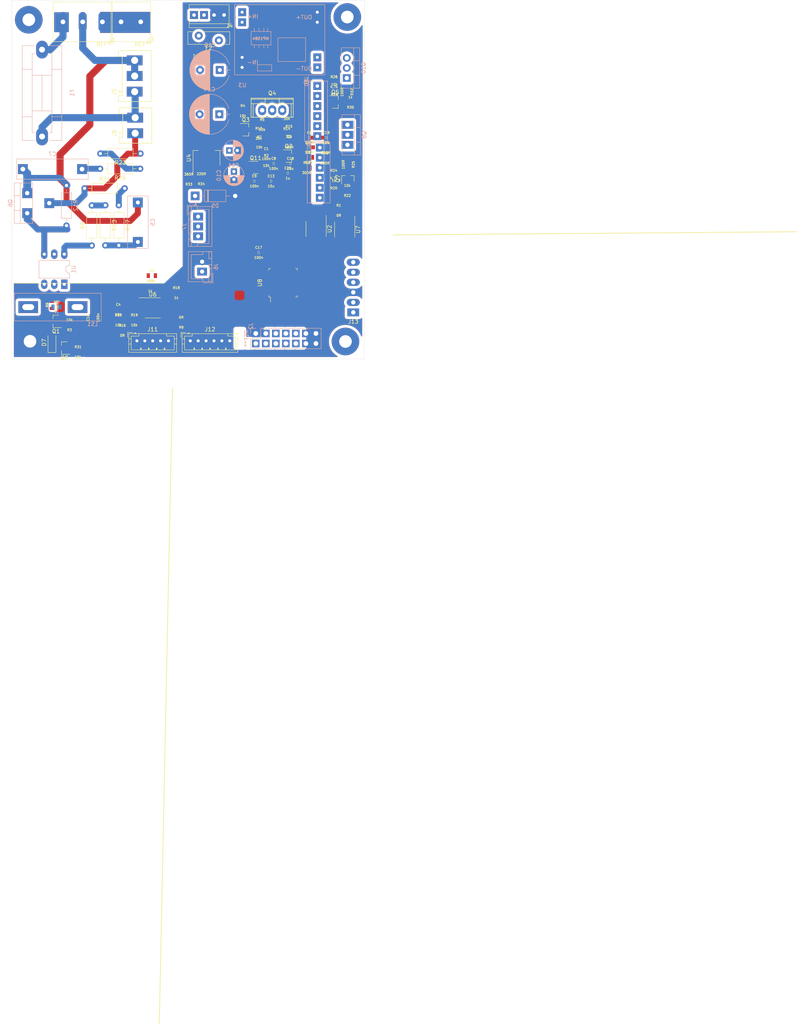
<source format=kicad_pcb>
(kicad_pcb (version 20211014) (generator pcbnew)
  (layers (0 "F.Cu" signal) (31 "B.Cu" signal) (34 "B.Paste" user) (35 "F.Paste" user) (36 "B.SilkS" user "B.Silkscreen") (37 "F.SilkS" user "F.Silkscreen") (38 "B.Mask" user) (39 "F.Mask" user) (44 "Edge.Cuts" user))
  (net 0 "")
  (net 1 "GND")
  (net 2 "Net-(C1-Pad1)")
  (net 3 "+24V")
  (net 4 "AC_230(N)")
  (net 5 "Net-(C5-Pad1)")
  (net 6 "Net-(C7-Pad1)")
  (net 7 "FAN_SUPPLY")
  (net 8 "+5V")
  (net 9 "+3V3")
  (net 10 "AC_230(L)")
  (net 11 "Net-(F2-Pad2)")
  (net 12 "SOLDER_ON_SW")
  (net 13 "HOTAIR_ON_SW")
  (net 14 "HOTAIR_FAN_DOWN_SW")
  (net 15 "HOTAIR_FAN_UP_SW")
  (net 16 "HOTAIR_UP_SW")
  (net 17 "HOTAIR_DOWN_SW")
  (net 18 "SOLDER_UP_SW")
  (net 19 "SOLDER_DOWN_SW")
  (net 20 "HOTAIR_REED_SW")
  (net 21 "Net-(J8-Pad1)")
  (net 22 "UART_DBG_TX")
  (net 23 "SWCLK")
  (net 24 "SWDIO")
  (net 25 "RST")
  (net 26 "Net-(Q1-Pad3)")
  (net 27 "Net-(Q1-Pad1)")
  (net 28 "Net-(Q6-Pad3)")
  (net 29 "Net-(Q7-Pad3)")
  (net 30 "Net-(Q7-Pad1)")
  (net 31 "Net-(Q8-Pad1)")
  (net 32 "Net-(Q9-Pad1)")
  (net 33 "HOTAIR_FAN_ADC")
  (net 34 "HOTAIR_HEATER_CTRL")
  (net 35 "Net-(R6-Pad2)")
  (net 36 "BUZZER")
  (net 37 "Net-(J1-Pad1)")
  (net 38 "Net-(R33-Pad1)")
  (net 39 "THERM_GND")
  (net 40 "HOTAIR_THERM")
  (net 41 "Net-(D7-Pad2)")
  (net 42 "Net-(D7-Pad1)")
  (net 43 "SOLDER_SELECT_SW")
  (net 44 "Net-(C3-Pad1)")
  (net 45 "IRON_T12_THERM")
  (net 46 "Net-(F1-Pad2)")
  (net 47 "MENU_DOWN_SW")
  (net 48 "SPI1_SCK")
  (net 49 "IRON_WEP_HEATER")
  (net 50 "IRON_WEP_THERM")
  (net 51 "Net-(Q2-Pad2)")
  (net 52 "Net-(Q3-Pad3)")
  (net 53 "Net-(Q3-Pad2)")
  (net 54 "Net-(Q5-Pad3)")
  (net 55 "Net-(Q5-Pad1)")
  (net 56 "Net-(Q10-Pad1)")
  (net 57 "Net-(R1-Pad2)")
  (net 58 "Net-(R13-Pad1)")
  (net 59 "Net-(R8-Pad1)")
  (net 60 "Net-(R17-Pad1)")
  (net 61 "MENU_OK_SW")
  (net 62 "Net-(R18-Pad1)")
  (net 63 "IRON_WEP_HEATER_CTRL")
  (net 64 "Net-(R23-Pad2)")
  (net 65 "IRON_T12_HEATER_CTRL")
  (net 66 "MENU_UP_SW")
  (net 67 "Net-(R36-Pad1)")
  (net 68 "SPI1_MISO")
  (net 69 "MAX31855_HOTAIR_CS")
  (net 70 "IRON_T12_HEATER")
  (net 71 "GND2")
  (net 72 "IRON_T12_MOTION_SW")
  (net 73 "Net-(J11-Pad3)")
  (net 74 "Net-(J11-Pad4)")
  (net 75 "LCD_RS")
  (net 76 "Net-(Q11-Pad1)")
  (net 77 "Net-(Q11-Pad3)")
  (net 78 "HOTAIR_FAN_PWM")
  (net 79 "HOTAIR_TEMP_ADC")
  (net 80 "IRON_T12_TEMP_ADC")
  (net 81 "LCD_BACKLIGHT_PWM")
  (net 84 "MAX31855_IRON_WEP_CS")
  (net 85 "LCD_EN")
  (net 86 "LCD_D4")
  (net 88 "LCD_D5")
  (net 89 "LCD_D6")
  (net 90 "LCD_D7")
  (net 91 "MAX31855_IRON_CS")
  (net 92 "LCD_RW")
  (footprint "My-Footprints:Screw-Terminal-5.00mm-2pin" (layer "F.Cu") (at 52.1716 28.4734 180)
    (fp_text reference "J3")
    (fp_text value "EARTH_GND")
  )
  (footprint "My-Footprints:Conn-01x04-N25-W4P" (layer "F.Cu") (at 72.1614 24.9428 180)
    (fp_text reference "J4")
    (fp_text value "24V_IN (NS-25 r2,54)")
  )
  (footprint "Capacitors:0805" (layer "F.Cu") (at 64.6938 32.512 90)
    (fp_text reference "R27")
    (fp_text value "0R")
  )
  (footprint "Capacitors:0805" (layer "F.Cu") (at 33.782 107.061)
    (fp_text reference "R31")
    (fp_text value "10k")
  )
  (footprint "Capacitors:0805" (layer "F.Cu") (at 58.68416 92.075)
    (fp_text reference "R18")
    (fp_text value "1k")
  )
  (footprint "Capacitors:0805" (layer "F.Cu") (at 27.2034 95.123 90)
    (fp_text reference "R6")
    (fp_text value "320R")
  )
  (footprint "Package_TO_SOT_SMD:SOT-23" (layer "F.Cu") (at 30.353 106.045 180)
    (fp_text reference "Q9")
    (fp_text value "BC817")
  )
  (footprint "My-Footprints:Conn-01x06" (layer "F.Cu") (at 103.5304 97.028 180)
    (fp_text reference "J13")
    (fp_text value "ICP (goldpin r2,54)")
  )
  (footprint "Package_TO_SOT_SMD:SOT-23" (layer "F.Cu") (at 28.194 99.314 180)
    (fp_text reference "Q1")
    (fp_text value "BC817")
  )
  (footprint "Capacitors:0805" (layer "F.Cu") (at 31.623 100.203 180)
    (fp_text reference "R3")
    (fp_text value "10k")
  )
  (footprint "Connectors_Hirose:Hirose_DF63-2P-3.96DSA_02x3.96mm_Straight" (layer "F.Cu") (at 48.26 51.689 90)
    (fp_text reference "J8")
    (fp_text value "HOTAIR_HEATER (PWZ-02S r.3,96)")
  )
  (footprint "Connectors_Hirose:Hirose_DF63-3P-3.96DSA_03x3.96mm_Straight" (layer "F.Cu") (at 48.133 41.148 90)
    (fp_text reference "J5")
    (fp_text value "PSUPPLY (PWZ-02S r.3,96)")
  )
  (footprint "Capacitors:0603" (layer "F.Cu") (at 79.56296 81.8896)
    (fp_text reference "C17")
    (fp_text value "100n")
  )
  (footprint "Capacitors:0805" (layer "F.Cu") (at 37.592 98.3615 90)
    (fp_text reference "C16")
    (fp_text value "100n")
  )
  (footprint "Capacitors:0805" (layer "F.Cu") (at 102.0318 66.1924 180)
    (fp_text reference "R22")
    (fp_text value "10k")
  )
  (footprint "Package_TO_SOT_SMD:SOT-23" (layer "F.Cu") (at 102.1588 63.1444 90)
    (fp_text reference "Q7")
    (fp_text value "BC817")
  )
  (footprint "Capacitors:0805" (layer "F.Cu") (at 102.2858 59.5884 -90)
    (fp_text reference "R25")
    (fp_text value "100R")
  )
  (footprint "Capacitors:0805" (layer "F.Cu") (at 98.6028 64.2874 180)
    (fp_text reference "R20")
    (fp_text value "4,7k")
  )
  (footprint "Capacitors:0805" (layer "F.Cu") (at 98.6028 62.3824)
    (fp_text reference "R24")
    (fp_text value "1k")
  )
  (footprint "Package_TO_SOT_SMD:SOT-223-3_TabPin2" (layer "F.Cu") (at 66.3448 57.9374 90)
    (fp_text reference "U4")
    (fp_text value "AP1117-ADJ")
  )
  (footprint "Capacitors:0805" (layer "F.Cu") (at 61.8744 63.3222 180)
    (fp_text reference "R33")
    (fp_text value "360R")
  )
  (footprint "Capacitors:0805" (layer "F.Cu") (at 65.024 63.246 180)
    (fp_text reference "R34")
    (fp_text value "220R")
  )
  (footprint "My-Footprints:Screw-Terminal-5.00mm-3pin" (layer "F.Cu") (at 42.4688 28.4734 180)
    (fp_text reference "J1")
    (fp_text value "230VAC_IN")
  )
  (footprint "Capacitors:0805" (layer "F.Cu") (at 59.944 99.568 180)
    (fp_text reference "R9")
    (fp_text value "0R")
  )
  (footprint "Diodes_SMD:D_MiniMELF" (layer "F.Cu") (at 27.178 104.648 90)
    (fp_text reference "D7")
    (fp_text value "1N4148")
  )
  (footprint "Capacitors:0805" (layer "F.Cu") (at 81.4832 56.8706)
    (fp_text reference "C1")
    (fp_text value "100n")
  )
  (footprint "Capacitors:0805" (layer "F.Cu") (at 87.2998 53.8734)
    (fp_text reference "C2")
    (fp_text value "100n")
  )
  (footprint "Capacitors:0805" (layer "F.Cu") (at 52.4902 87.7292)
    (fp_text reference "C3")
    (fp_text value "10n")
  )
  (footprint "Capacitors:0805" (layer "F.Cu") (at 44.0002 96.3292)
    (fp_text reference "C4")
    (fp_text value "10n")
  )
  (footprint "Fuse:Fuse_Bourns_MF-RG500" (layer "F.Cu") (at 69.469 28.1686 180)
    (fp_text reference "F2")
    (fp_text value "Polyfuse")
  )
  (footprint "Package_TO_SOT_SMD:SOT-23" (layer "F.Cu") (at 87.1474 57.4802)
    (fp_text reference "Q2")
    (fp_text value "BC807")
  )
  (footprint "Package_TO_SOT_SMD:SOT-23" (layer "F.Cu") (at 76.2856 50.7848)
    (fp_text reference "Q3")
    (fp_text value "BC817")
  )
  (footprint "Package_TO_SOT_SMD:SOT-23" (layer "F.Cu") (at 98.9584 43.7642)
    (fp_text reference "Q5")
    (fp_text value "BC817")
  )
  (footprint "Capacitors:0805" (layer "F.Cu") (at 99.8474 71.2216)
    (fp_text reference "R1")
    (fp_text value "0R")
  )
  (footprint "Capacitors:0805" (layer "F.Cu") (at 81.4832 58.5978)
    (fp_text reference "R2")
    (fp_text value "10k")
  )
  (footprint "Capacitors:0805" (layer "F.Cu") (at 75.5396 45.9994)
    (fp_text reference "R4")
    (fp_text value "10k")
  )
  (footprint "Capacitors:0805" (layer "F.Cu") (at 80.4418 49.5046)
    (fp_text reference "R5")
    (fp_text value "10k")
  )
  (footprint "Capacitors:0805" (layer "F.Cu") (at 79.7052 53.9242)
    (fp_text reference "R7")
    (fp_text value "10k")
  )
  (footprint "Capacitors:0805" (layer "F.Cu") (at 79.5782 51.7144)
    (fp_text reference "R10")
    (fp_text value "30k")
  )
  (footprint "Capacitors:0805" (layer "F.Cu") (at 86.68004 49.276 180)
    (fp_text reference "R14")
    (fp_text value "30k")
  )
  (footprint "Capacitors:0805" (layer "F.Cu") (at 87.23376 51.2064)
    (fp_text reference "R15")
    (fp_text value "30k")
  )
  (footprint "Capacitors:0805" (layer "F.Cu") (at 45.0202 101.6092)
    (fp_text reference "R16")
    (fp_text value "0R")
  )
  (footprint "Resistors_ThroughHole:R_Axial_DIN0207_L6.3mm_D2.5mm_P10.16mm_Horizontal" (layer "F.Cu") (at 44.1198 69.9008 -90)
    (fp_text reference "R17")
    (fp_text value "200R")
  )
  (footprint "Capacitors:0805" (layer "F.Cu") (at 48.0402 98.9692)
    (fp_text reference "R19")
    (fp_text value "10k")
  )
  (footprint "Resistors_ThroughHole:R_Axial_DIN0207_L6.3mm_D2.5mm_P10.16mm_Horizontal" (layer "F.Cu") (at 35.433 65.6336)
    (fp_text reference "R21")
    (fp_text value "200R")
  )
  (footprint "Resistors_ThroughHole:R_Axial_DIN0207_L6.3mm_D2.5mm_P10.16mm_Horizontal" (layer "F.Cu") (at 49.6062 56.8198 180)
    (fp_text reference "R23")
    (fp_text value "50R")
  )
  (footprint "Resistors_ThroughHole:R_Axial_DIN0207_L6.3mm_D2.5mm_P10.16mm_Horizontal" (layer "F.Cu") (at 49.53 60.6552 180)
    (fp_text reference "R26")
    (fp_text value "50R")
  )
  (footprint "Capacitors:0805" (layer "F.Cu") (at 98.64344 38.6842)
    (fp_text reference "R28")
    (fp_text value "4,7k")
  )
  (footprint "Capacitors:0805" (layer "F.Cu") (at 98.7552 40.5892 180)
    (fp_text reference "R29")
    (fp_text value "10k")
  )
  (footprint "Capacitors:0805" (layer "F.Cu") (at 102.8192 43.8404 180)
    (fp_text reference "R30")
    (fp_text value "1k")
  )
  (footprint "Capacitors:0805" (layer "F.Cu") (at 101.9556 41.2242 -90)
    (fp_text reference "R32")
    (fp_text value "100R")
  )
  (footprint "Capacitors:0805" (layer "F.Cu") (at 44.0002 98.9692)
    (fp_text reference "R35")
    (fp_text value "10k")
  )
  (footprint "Capacitors:0805" (layer "F.Cu") (at 52.0802 90.3692)
    (fp_text reference "R36")
    (fp_text value "1k")
  )
  (footprint "Package_SO:SOIC-8_3.9x4.9mm_P1.27mm" (layer "F.Cu") (at 94.107 75.8952 -90)
    (fp_text reference "U2")
    (fp_text value "MAX31855KASA")
  )
  (footprint "Package_SO:SOIC-8_3.9x4.9mm_P1.27mm" (layer "F.Cu") (at 101.346 76.0476 -90)
    (fp_text reference "U7")
    (fp_text value "MAX31855KASA")
  )
  (footprint "Resistors_ThroughHole:R_Axial_DIN0207_L6.3mm_D2.5mm_P10.16mm_Horizontal" (layer "F.Cu") (at 40.6908 69.9008 -90)
    (fp_text reference "R13")
    (fp_text value "200R")
  )
  (footprint "Resistors_ThroughHole:R_Axial_DIN0207_L6.3mm_D2.5mm_P10.16mm_Horizontal" (layer "F.Cu") (at 37.2618 80.1116 90)
    (fp_text reference "R8")
    (fp_text value "200R")
  )
  (footprint "Package_SO:SO-8_3.9x4.9mm_P1.27mm" (layer "F.Cu") (at 52.705 95.885)
    (fp_text reference "U6")
    (fp_text value "LM358")
  )
  (footprint "Power_Integrations:TO-220" (layer "F.Cu") (at 82.9818 45.847)
    (fp_text reference "Q4")
    (fp_text value "Q_PMOS_GDS")
  )
  (footprint "Package_QFP:LQFP-48_7x7mm_P0.5mm" (layer "F.Cu") (at 85.725 89.535 90)
    (fp_text reference "U8")
    (fp_text value "STM32F103C6Tx")
  )
  (footprint "Capacitors:0603" (layer "F.Cu") (at 78.45806 63.7939)
    (fp_text reference "C9")
    (fp_text value "100n")
  )
  (footprint "Capacitors:0603" (layer "F.Cu") (at 82.69806 63.7939)
    (fp_text reference "C13")
    (fp_text value "10u")
  )
  (footprint "Capacitors:0603" (layer "F.Cu") (at 87.58806 59.3439)
    (fp_text reference "C18")
    (fp_text value "10u")
  )
  (footprint "Capacitors:0603" (layer "F.Cu") (at 83.34806 59.3439)
    (fp_text reference "C8")
    (fp_text value "100n")
  )
  (footprint "Capacitors:0805" (layer "F.Cu") (at 91.729 60.41296)
    (fp_text reference "R38")
    (fp_text value "300R")
  )
  (footprint "Capacitors:0805" (layer "F.Cu") (at 96.549 55.33296)
    (fp_text reference "R39")
    (fp_text value "300R")
  )
  (footprint "Capacitors:0805" (layer "F.Cu") (at 96.349 57.97296)
    (fp_text reference "R40")
    (fp_text value "300R")
  )
  (footprint "Connector_JST:JST_PH_B6B-PH-K_1x06_P2.00mm_Vertical" (layer "F.Cu") (at 62.23 104.225)
    (fp_text reference "J12")
    (fp_text value "LCD_CON1 (JST r.2.0)")
  )
  (footprint "Capacitors:0603" (layer "F.Cu") (at 96.64806 52.7939)
    (fp_text reference "C19")
    (fp_text value "10u")
  )
  (footprint "Connector_JST:JST_PH_B5B-PH-K_1x05_P2.00mm_Vertical" (layer "F.Cu") (at 48.705 104.225)
    (fp_text reference "J11")
    (fp_text value "LCD_CON2 (JST r.2.0)")
  )
  (footprint "Capacitors:0603" (layer "F.Cu") (at 86.93806 61.7839)
    (fp_text reference "C20")
    (fp_text value "1u")
  )
  (footprint "Capacitors:0805" (layer "F.Cu") (at 92.309 57.77296)
    (fp_text reference "R37")
    (fp_text value "4,7k")
  )
  (footprint "Package_TO_SOT_SMD:SOT-23" (layer "F.Cu") (at 78.78 60.345)
    (fp_text reference "Q11")
    (fp_text value "BC817")
  )
  (footprint "Capacitors:0603" (layer "F.Cu") (at 92.40806 55.2339)
    (fp_text reference "C12")
    (fp_text value "100n")
  )
  (footprint "Capacitors:0603" (layer "F.Cu") (at 92.40806 52.7939)
    (fp_text reference "C6")
    (fp_text value "100n")
  )
  (footprint "My-Footprints:MP1584_Mini_3A_Step_Down_Conv" (layer "B.Cu") (at 73.4568 36.9062)
    (fp_text reference "U3")
    (fp_text value "MP1584-Step-Down")
  )
  (footprint "Capacitors_THT:CP_Radial_D5.0mm_P2.00mm" (layer "B.Cu") (at 72.136 56.0324)
    (fp_text reference "C11")
    (fp_text value "100u/10V")
  )
  (footprint "Diode_THT:D_DO-41_SOD81_P10.16mm_Horizontal" (layer "B.Cu") (at 63.4492 67.5386)
    (fp_text reference "D5")
    (fp_text value "3v6")
  )
  (footprint "Capacitors_THT:CP_Radial_D5.0mm_P2.00mm" (layer "B.Cu") (at 73.279 61.3664 -90)
    (fp_text reference "C10")
    (fp_text value "47u/10V")
  )
  (footprint "Housings_DIP:DIP-6_W7.62mm_LongPads" (layer "B.Cu") (at 30.305 89.914 90)
    (fp_text reference "U1")
    (fp_text value "MOC3041M")
  )
  (footprint "Resistors_ThroughHole:R_Axial_DIN0207_L6.3mm_D2.5mm_P10.16mm_Horizontal" (layer "B.Cu") (at 30.861 75.057 90)
    (fp_text reference "R12")
    (fp_text value "390R")
  )
  (footprint "My-Footprints:TO-220-3_Vertical" (layer "B.Cu") (at 20.9042 66.8274 -90)
    (fp_text reference "Q6")
    (fp_text value "BT139-600")
  )
  (footprint "My-Footprints:Conn-01x06-N25-W6P" (layer "B.Cu") (at 91.76 54.04 -90)
    (fp_text reference "J9")
    (fp_text value "SOLD_IRON (r.2,54)")
  )
  (footprint "Package_TO_SOT_THT:TO-220-3_Vertical" (layer "B.Cu") (at 102.0572 54.61 90)
    (fp_text reference "Q8")
    (fp_text value "FP3055LP")
  )
  (footprint "My-Footprints:Buzzer" (layer "B.Cu") (at 17.653 99.187)
    (fp_text reference "LS1")
    (fp_text value "BUZZER")
  )
  (footprint "Connectors_JST:JST_XH_B03B-XH-A_03x2.50mm_Straight" (layer "B.Cu") (at 64.2112 72.771 -90)
    (fp_text reference "J7")
    (fp_text value "HOTAIR_MEAS (JST r.2,5)")
  )
  (footprint "Capacitors_ThroughHole:CP_Radial_D10.0mm_P5.00mm" (layer "B.Cu") (at 69.6976 35.6616 180)
    (fp_text reference "C15")
    (fp_text value "330u/35V")
  )
  (footprint "Connectors_JST:JST_XH_B02B-XH-A_02x2.50mm_Straight" (layer "B.Cu") (at 65.2272 86.6902 90)
    (fp_text reference "J6")
    (fp_text value "HOTAIR_FAN (JST r,2,54)")
  )
  (footprint "My-Footprints:Conn-01x14" (layer "B.Cu") (at 77.0725 100.5175 -90)
    (fp_text reference "J2")
    (fp_text value "FRONT_PANEL (IDC r. 2,54)")
  )
  (footprint "Fuse_Holders_and_Fuses:Fuseholder5x20_horiz_SemiClosed_Casing10x25mm" (layer "B.Cu") (at 24.6634 52.5018 90)
    (fp_text reference "F1")
    (fp_text value "3,15A")
  )
  (footprint "Capacitors_THT:C_Rect_L18.0mm_W5.0mm_P15.00mm_FKS3_FKP3" (layer "B.Cu") (at 34.798 60.7568 180)
    (fp_text reference "C7")
    (fp_text value "10n/250V")
  )
  (footprint "Capacitor_THT:C_Rect_L13.0mm_W5.0mm_P10.00mm_FKS3_FKP3_MKS4" (layer "B.Cu") (at 48.9458 79.1972 90)
    (fp_text reference "C5")
    (fp_text value "22n/250V")
  )
  (footprint "Capacitors:0805" (layer "B.Cu") (at 28.321 95.631 180)
    (fp_text reference "R11")
    (fp_text value "2k")
  )
  (footprint "Package_TO_SOT_THT:TO-220-3_Vertical" (layer "B.Cu") (at 101.8794 37.6936 90)
    (fp_text reference "Q10")
    (fp_text value "FP3055LP")
  )
  (footprint "My-Footprints:Conn_1x06" (layer "B.Cu") (at 91.2114 38.4556 -90)
    (fp_text reference "J10")
    (fp_text value "SOLD_IRON (r.2,54)")
  )
  (footprint "Capacitors_ThroughHole:CP_Radial_D10.0mm_P5.00mm" (layer "B.Cu") (at 69.596 46.863 180)
    (fp_text reference "C14")
    (fp_text value "330u/35V")
  )
  (gr_poly (pts (xy 52.105 26.214) (xy 39.405 26.214) (xy 39.405 21.014) (xy 52.105 21.014)) (layer "F.Cu") (width 0.1) (fill solid))
  (gr_poly (pts (xy 31.405 26.014) (xy 27.805 26.014) (xy 27.805 21.114) (xy 31.405 21.114)) (layer "F.Cu") (width 0.1) (fill solid))
  (gr_poly (pts (xy 52.105 26.214) (xy 39.405 26.214) (xy 39.405 21.014) (xy 52.105 21.014)) (layer "B.Cu") (width 0.1) (fill solid))
  (gr_poly (pts (xy 31.405 26.014) (xy 27.805 26.014) (xy 27.805 21.114) (xy 31.405 21.114)) (layer "B.Cu") (width 0.1) (fill solid))
  (gr_line (start 17.005 89.662) (end 47.244 89.662) (layer "F.SilkS") (width 0.12))
  (gr_line (start 47.244 89.662) (end 55.626 89.662) (layer "F.SilkS") (width 0.12))
  (gr_line (start 57.7088 116.1034) (end 54.3814 277.0632) (layer "F.SilkS") (width 0.21))
  (gr_line (start 113.6142 77.4192) (end 215.8746 76.6064) (layer "F.SilkS") (width 0.21))
  (gr_line (start 17.005 108.839) (end 17.005 89.662) (layer "Edge.Cuts") (width 0.05))
  (gr_line (start 106.299 108.839) (end 17.005 108.839) (layer "Edge.Cuts") (width 0.05))
  (gr_line (start 17.005 89.662) (end 17.005 17.964) (layer "Edge.Cuts") (width 0.05))
  (gr_line (start 17.005 17.964) (end 106.426 18.034) (layer "Edge.Cuts") (width 0.05))
  (gr_line (start 106.426 18.034) (end 106.299 108.839) (layer "Edge.Cuts") (width 0.05))
  (via (at 21.3092 22.9426) (size 7) (drill 3.2) (layers "F.Cu" "B.Cu") (net 0))
  (via (at 101.5492 104.394) (size 7) (drill 3.2) (layers "F.Cu" "B.Cu") (net 0))
  (via (at 102.0064 22.2504) (size 7) (drill 3.2) (layers "F.Cu" "B.Cu") (net 0))
  (via (at 21.6154 104.3432) (size 7) (drill 3.2) (layers "F.Cu" "B.Cu") (net 1))
  (segment (start 30.861 64.7446) (end 29.2354 63.119) (width 1.8) (layer "F.Cu") (net 4))
  (segment (start 36.7792 37.2618) (end 40.813 33.228) (width 1.8) (layer "F.Cu") (net 4))
  (segment (start 30.861 64.897) (end 30.861 64.7446) (width 1.5) (layer "F.Cu") (net 4))
  (segment (start 40.813 33.228) (end 48.133 33.228) (width 1.8) (layer "F.Cu") (net 4))
  (segment (start 35.8648 73.8632) (end 30.861 68.8594) (width 1.5) (layer "F.Cu") (net 4))
  (segment (start 48.9458 69.1972) (end 48.9458 71.9582) (width 1.5) (layer "F.Cu") (net 4))
  (segment (start 30.861 68.8594) (end 30.861 64.897) (width 1.5) (layer "F.Cu") (net 4))
  (segment (start 47.0408 73.8632) (end 35.8648 73.8632) (width 1.5) (layer "F.Cu") (net 4))
  (segment (start 48.9458 71.9582) (end 47.0408 73.8632) (width 1.5) (layer "F.Cu") (net 4))
  (segment (start 36.7792 49.5046) (end 36.7792 37.2618) (width 1.8) (layer "F.Cu") (net 4))
  (segment (start 29.2354 63.119) (end 29.2354 57.0484) (width 1.8) (layer "F.Cu") (net 4))
  (segment (start 29.2354 57.0484) (end 36.7792 49.5046) (width 1.8) (layer "F.Cu") (net 4))
  (segment (start 20.9296 62.9666) (end 20.9042 61.863) (width 2) (layer "B.Cu") (net 4))
  (segment (start 29.21 62.9666) (end 20.9296 62.9666) (width 1.5) (layer "B.Cu") (net 4))
  (segment (start 38.0794 33.228) (end 48.133 33.228) (width 1.8) (layer "B.Cu") (net 4))
  (segment (start 20.9042 66.8274) (end 20.9296 62.9666) (width 2) (layer "B.Cu") (net 4))
  (segment (start 48.133 33.228) (end 48.133 37.188) (width 1.8) (layer "B.Cu") (net 4))
  (segment (start 34.9688 23.4734) (end 34.9688 30.1174) (width 1.8) (layer "B.Cu") (net 4))
  (segment (start 34.9688 30.1174) (end 38.0794 33.228) (width 1.8) (layer "B.Cu") (net 4))
  (segment (start 20.9042 61.863) (end 19.798 60.7568) (width 2) (layer "B.Cu") (net 4))
  (segment (start 31.105 64.8616) (end 29.21 62.9666) (width 1.5) (layer "B.Cu") (net 4))
  (segment (start 40.6908 80.0608) (end 48.0822 80.0608) (width 1.5) (layer "B.Cu") (net 5))
  (segment (start 48.0822 80.0608) (end 48.9458 79.1972) (width 1.5) (layer "B.Cu") (net 5))
  (segment (start 34.8996 60.6552) (end 34.798 60.7568) (width 1.5) (layer "B.Cu") (net 6))
  (segment (start 39.37 60.6552) (end 34.8996 60.6552) (width 1.5) (layer "B.Cu") (net 6))
  (segment (start 24.6634 50.1396) (end 24.6634 52.5018) (width 1.8) (layer "B.Cu") (net 10))
  (segment (start 48.26 47.729) (end 27.074 47.729) (width 1.8) (layer "B.Cu") (net 10))
  (segment (start 48.26 41.275) (end 48.133 41.148) (width 1.8) (layer "B.Cu") (net 10))
  (segment (start 48.26 47.729) (end 48.26 41.275) (width 1.8) (layer "B.Cu") (net 10))
  (segment (start 27.074 47.729) (end 24.6634 50.1396) (width 1.8) (layer "B.Cu") (net 10))
  (segment (start 46.4312 56.8198) (end 43.7388 59.5122) (width 1.5) (layer "F.Cu") (net 21))
  (segment (start 35.433 65.6336) (end 40.5384 65.6336) (width 1.5) (layer "F.Cu") (net 21))
  (segment (start 48.26 56.8198) (end 48.2854 56.8452) (width 1.5) (layer "F.Cu") (net 21))
  (segment (start 43.7388 59.5122) (end 43.7388 62.4332) (width 1.5) (layer "F.Cu") (net 21))
  (segment (start 48.26 51.689) (end 48.26 56.8198) (width 1.5) (layer "F.Cu") (net 21))
  (segment (start 48.2854 56.8452) (end 46.4312 56.8198) (width 1.5) (layer "F.Cu") (net 21))
  (segment (start 49.6062 56.8198) (end 48.2854 56.8452) (width 1.5) (layer "F.Cu") (net 21))
  (segment (start 43.7388 62.4332) (end 40.5384 65.6336) (width 1.5) (layer "F.Cu") (net 21))
  (segment (start 35.433 67.2338) (end 35.433 65.6336) (width 1.5) (layer "B.Cu") (net 21))
  (segment (start 26.4922 69.3674) (end 33.2994 69.3674) (width 1.5) (layer "B.Cu") (net 21))
  (segment (start 33.2994 69.3674) (end 35.433 67.2338) (width 1.5) (layer "B.Cu") (net 21))
  (segment (start 23.605 76.014) (end 20.905 73.314) (width 1.5) (layer "F.Cu") (net 28))
  (segment (start 25.225 76.034) (end 25.205 76.014) (width 1.5) (layer "F.Cu") (net 28))
  (segment (start 25.225 82.294) (end 25.225 76.034) (width 1.5) (layer "F.Cu") (net 28))
  (segment (start 31.105 76.014) (end 25.205 76.014) (width 1.5) (layer "F.Cu") (net 28))
  (segment (start 25.205 76.014) (end 23.605 76.014) (width 1.5) (layer "F.Cu") (net 28))
  (segment (start 25.225 76.034) (end 25.245 76.014) (width 1.5) (layer "B.Cu") (net 28))
  (segment (start 20.905 73.414) (end 20.905 71.9082) (width 1.8) (layer "B.Cu") (net 28))
  (segment (start 20.905 71.9082) (end 20.9042 71.9074) (width 1.8) (layer "B.Cu") (net 28))
  (segment (start 23.525 76.034) (end 20.905 73.414) (width 1.5) (layer "B.Cu") (net 28))
  (segment (start 25.245 76.014) (end 31.105 76.014) (width 1.5) (layer "B.Cu") (net 28))
  (segment (start 25.225 76.034) (end 23.525 76.034) (width 1.5) (layer "B.Cu") (net 28))
  (segment (start 25.225 82.294) (end 25.225 76.034) (width 1.5) (layer "B.Cu") (net 28))
  (segment (start 40.342 23.548) (end 51.137 23.548) (width 2) (layer "F.Cu") (net 37))
  (segment (start 29.9688 27.2828) (end 29.9688 23.4734) (width 1.8) (layer "B.Cu") (net 46))
  (segment (start 24.6634 30.5018) (end 26.7498 30.5018) (width 1.8) (layer "B.Cu") (net 46))
  (segment (start 26.7498 30.5018) (end 29.9688 27.2828) (width 1.8) (layer "B.Cu") (net 46))
  (segment (start 37.3126 69.9008) (end 37.2618 69.9516) (width 1.5) (layer "B.Cu") (net 58))
  (segment (start 40.64 69.9516) (end 40.6908 69.9008) (width 1.5) (layer "B.Cu") (net 58))
  (segment (start 37.2618 69.9516) (end 40.64 69.9516) (width 1.5) (layer "B.Cu") (net 58))
  (segment (start 37.2618 80.1116) (end 30.8102 80.1116) (width 1.5) (layer "B.Cu") (net 59))
  (segment (start 30.8102 80.1116) (end 30.305 80.6168) (width 1.5) (layer "B.Cu") (net 59))
  (segment (start 30.305 80.6168) (end 30.305 82.294) (width 1.5) (layer "B.Cu") (net 59))
  (segment (start 44.1198 69.9008) (end 44.1198 67.1068) (width 1.5) (layer "B.Cu") (net 60))
  (segment (start 44.1198 67.1068) (end 45.593 65.6336) (width 1.5) (layer "B.Cu") (net 60))
  (segment (start 42.164 56.8198) (end 45.9994 60.6552) (width 1.5) (layer "B.Cu") (net 64))
  (segment (start 45.9994 60.6552) (end 49.53 60.6552) (width 1.5) (layer "B.Cu") (net 64))
  (segment (start 39.4462 56.8198) (end 42.164 56.8198) (width 1.5) (layer "B.Cu") (net 64))
  (zone (net 1) (net_name "GND") (layer "F.Cu") (connect_pads yes (clearance 0.508)) (min_thickness 0.254) (fill yes (thermal_gap 0.508) (thermal_bridge_width 0.508))
    (polygon (pts (xy 106.2863 108.8136) (xy 17.018 108.839) (xy 17.018 89.5985) (xy 46.638585 89.662) (xy 55.753 89.662) (xy 60.325 85.344) (xy 60.325 76.327) (xy 60.325 18.034) (xy 105.820585 18.034)))
  )
  (zone (net 1) (net_name "GND") (layer "B.Cu") (connect_pads yes (clearance 0.508)) (min_thickness 0.254) (fill yes (thermal_gap 0.508) (thermal_bridge_width 0.508))
    (polygon (pts (xy 106.299 108.839) (xy 17.018 108.839) (xy 17.018 89.662) (xy 55.626 89.662) (xy 60.325 85.344) (xy 60.325 18.034) (xy 106.172 18.034)))
  )
)
</source>
